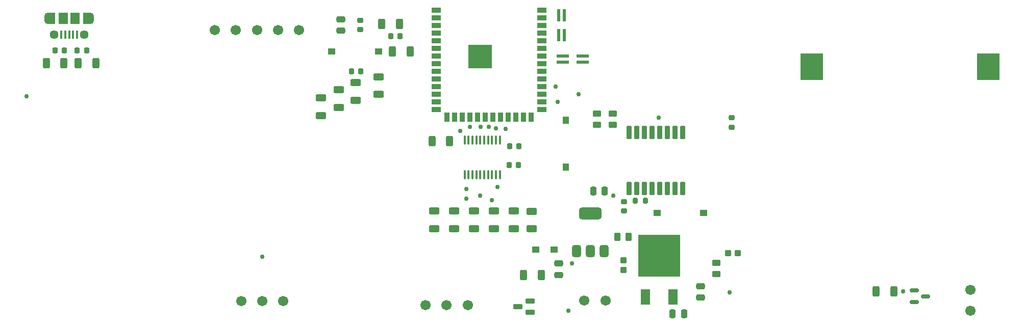
<source format=gbr>
%TF.GenerationSoftware,KiCad,Pcbnew,8.0.6*%
%TF.CreationDate,2024-11-20T22:12:31-08:00*%
%TF.ProjectId,SleepBud,536c6565-7042-4756-942e-6b696361645f,rev?*%
%TF.SameCoordinates,Original*%
%TF.FileFunction,Soldermask,Top*%
%TF.FilePolarity,Negative*%
%FSLAX46Y46*%
G04 Gerber Fmt 4.6, Leading zero omitted, Abs format (unit mm)*
G04 Created by KiCad (PCBNEW 8.0.6) date 2024-11-20 22:12:31*
%MOMM*%
%LPD*%
G01*
G04 APERTURE LIST*
G04 Aperture macros list*
%AMRoundRect*
0 Rectangle with rounded corners*
0 $1 Rounding radius*
0 $2 $3 $4 $5 $6 $7 $8 $9 X,Y pos of 4 corners*
0 Add a 4 corners polygon primitive as box body*
4,1,4,$2,$3,$4,$5,$6,$7,$8,$9,$2,$3,0*
0 Add four circle primitives for the rounded corners*
1,1,$1+$1,$2,$3*
1,1,$1+$1,$4,$5*
1,1,$1+$1,$6,$7*
1,1,$1+$1,$8,$9*
0 Add four rect primitives between the rounded corners*
20,1,$1+$1,$2,$3,$4,$5,0*
20,1,$1+$1,$4,$5,$6,$7,0*
20,1,$1+$1,$6,$7,$8,$9,0*
20,1,$1+$1,$8,$9,$2,$3,0*%
G04 Aperture macros list end*
%ADD10R,1.500000X0.900000*%
%ADD11R,0.900000X1.500000*%
%ADD12C,0.600000*%
%ADD13R,3.900000X3.900000*%
%ADD14C,0.750000*%
%ADD15RoundRect,0.102000X0.400000X-0.400000X0.400000X0.400000X-0.400000X0.400000X-0.400000X-0.400000X0*%
%ADD16R,1.500000X2.500000*%
%ADD17R,7.000000X7.000000*%
%ADD18RoundRect,0.102000X0.660400X0.279400X-0.660400X0.279400X-0.660400X-0.279400X0.660400X-0.279400X0*%
%ADD19RoundRect,0.225000X-0.250000X0.225000X-0.250000X-0.225000X0.250000X-0.225000X0.250000X0.225000X0*%
%ADD20RoundRect,0.250000X-0.312500X-0.625000X0.312500X-0.625000X0.312500X0.625000X-0.312500X0.625000X0*%
%ADD21RoundRect,0.225000X-0.225000X-0.250000X0.225000X-0.250000X0.225000X0.250000X-0.225000X0.250000X0*%
%ADD22RoundRect,0.102000X0.400000X0.400000X-0.400000X0.400000X-0.400000X-0.400000X0.400000X-0.400000X0*%
%ADD23RoundRect,0.250000X0.625000X-0.312500X0.625000X0.312500X-0.625000X0.312500X-0.625000X-0.312500X0*%
%ADD24RoundRect,0.250000X0.450000X-0.262500X0.450000X0.262500X-0.450000X0.262500X-0.450000X-0.262500X0*%
%ADD25RoundRect,0.250000X-0.625000X0.312500X-0.625000X-0.312500X0.625000X-0.312500X0.625000X0.312500X0*%
%ADD26R,1.250000X1.000000*%
%ADD27C,1.701800*%
%ADD28R,0.500000X2.000000*%
%ADD29R,1.143000X1.092200*%
%ADD30RoundRect,0.250000X-0.250000X-0.475000X0.250000X-0.475000X0.250000X0.475000X-0.250000X0.475000X0*%
%ADD31RoundRect,0.100000X-0.100000X0.637500X-0.100000X-0.637500X0.100000X-0.637500X0.100000X0.637500X0*%
%ADD32RoundRect,0.250000X0.312500X0.625000X-0.312500X0.625000X-0.312500X-0.625000X0.312500X-0.625000X0*%
%ADD33R,1.000000X1.250000*%
%ADD34R,0.400000X1.350000*%
%ADD35O,1.200000X1.900000*%
%ADD36R,1.200000X1.900000*%
%ADD37C,1.450000*%
%ADD38R,1.500000X1.900000*%
%ADD39R,2.000000X0.500000*%
%ADD40RoundRect,0.225000X0.225000X0.250000X-0.225000X0.250000X-0.225000X-0.250000X0.225000X-0.250000X0*%
%ADD41RoundRect,0.200000X-0.200000X-0.275000X0.200000X-0.275000X0.200000X0.275000X-0.200000X0.275000X0*%
%ADD42RoundRect,0.250000X-0.450000X0.262500X-0.450000X-0.262500X0.450000X-0.262500X0.450000X0.262500X0*%
%ADD43RoundRect,0.250000X-0.475000X0.250000X-0.475000X-0.250000X0.475000X-0.250000X0.475000X0.250000X0*%
%ADD44RoundRect,0.099250X0.297750X-1.027750X0.297750X1.027750X-0.297750X1.027750X-0.297750X-1.027750X0*%
%ADD45R,3.810000X4.495800*%
%ADD46RoundRect,0.375000X0.375000X-0.625000X0.375000X0.625000X-0.375000X0.625000X-0.375000X-0.625000X0*%
%ADD47RoundRect,0.500000X1.400000X-0.500000X1.400000X0.500000X-1.400000X0.500000X-1.400000X-0.500000X0*%
%ADD48RoundRect,0.250000X0.262500X0.450000X-0.262500X0.450000X-0.262500X-0.450000X0.262500X-0.450000X0*%
%ADD49RoundRect,0.150000X-0.587500X-0.150000X0.587500X-0.150000X0.587500X0.150000X-0.587500X0.150000X0*%
G04 APERTURE END LIST*
D10*
%TO.C,U3*%
X127530000Y-55270000D03*
X127530000Y-56540000D03*
X127530000Y-57810000D03*
X127530000Y-59080000D03*
X127530000Y-60350000D03*
X127530000Y-61620000D03*
X127530000Y-62890000D03*
X127530000Y-64160000D03*
X127530000Y-65430000D03*
X127530000Y-66700000D03*
X127530000Y-67970000D03*
X127530000Y-69240000D03*
X127530000Y-70510000D03*
X127530000Y-71780000D03*
D11*
X129295000Y-73030000D03*
X130565000Y-73030000D03*
X131835000Y-73030000D03*
X133105000Y-73030000D03*
X134375000Y-73030000D03*
X135645000Y-73030000D03*
X136915000Y-73030000D03*
X138185000Y-73030000D03*
X139455000Y-73030000D03*
X140725000Y-73030000D03*
X141995000Y-73030000D03*
X143265000Y-73030000D03*
D10*
X145030000Y-71780000D03*
X145030000Y-70510000D03*
X145030000Y-69240000D03*
X145030000Y-67970000D03*
X145030000Y-66700000D03*
X145030000Y-65430000D03*
X145030000Y-64160000D03*
X145030000Y-62890000D03*
X145030000Y-61620000D03*
X145030000Y-60350000D03*
X145030000Y-59080000D03*
X145030000Y-57810000D03*
X145030000Y-56540000D03*
X145030000Y-55270000D03*
D12*
X133380000Y-62290000D03*
X133380000Y-63690000D03*
X134080000Y-61590000D03*
X134080000Y-62990000D03*
X134080000Y-64390000D03*
X134780000Y-62290000D03*
D13*
X134780000Y-62990000D03*
D12*
X134780000Y-63690000D03*
X135480000Y-61590000D03*
X135480000Y-62990000D03*
X135480000Y-64390000D03*
X136180000Y-62290000D03*
X136180000Y-63690000D03*
%TD*%
D14*
%TO.C,TP16*%
X139000000Y-75012500D03*
%TD*%
D15*
%TO.C,D80*%
X158600000Y-98400000D03*
X158600000Y-96800000D03*
%TD*%
D16*
%TO.C,U2*%
X162190000Y-102880000D03*
D17*
X164490000Y-96030000D03*
D16*
X166790000Y-102880000D03*
%TD*%
D18*
%TO.C,Q1*%
X143100000Y-105500000D03*
X143100000Y-103569600D03*
X141068000Y-104534800D03*
%TD*%
D19*
%TO.C,C6*%
X114870000Y-56925000D03*
X114870000Y-58475000D03*
%TD*%
D20*
%TO.C,R3*%
X120217500Y-62090000D03*
X123142500Y-62090000D03*
%TD*%
D14*
%TO.C,TP4*%
X136700000Y-86800000D03*
%TD*%
%TO.C,TP10*%
X59530000Y-69570000D03*
%TD*%
D21*
%TO.C,C14*%
X139615000Y-80980000D03*
X141165000Y-80980000D03*
%TD*%
D20*
%TO.C,R1*%
X142017500Y-99290000D03*
X144942500Y-99290000D03*
%TD*%
D22*
%TO.C,D79*%
X177500000Y-95600000D03*
X175900000Y-95600000D03*
%TD*%
D23*
%TO.C,R10*%
X108400000Y-72745000D03*
X108400000Y-69820000D03*
%TD*%
D24*
%TO.C,R11*%
X154140000Y-74272500D03*
X154140000Y-72447500D03*
%TD*%
D25*
%TO.C,R19*%
X130478272Y-88642500D03*
X130478272Y-91567500D03*
%TD*%
D14*
%TO.C,TP13*%
X147660000Y-70500000D03*
%TD*%
%TO.C,TP22*%
X164390000Y-73140000D03*
%TD*%
D19*
%TO.C,C11*%
X158620000Y-87095000D03*
X158620000Y-88645000D03*
%TD*%
D26*
%TO.C,SW2*%
X171900000Y-88980000D03*
X164150000Y-88980000D03*
%TD*%
D14*
%TO.C,TP5*%
X137650000Y-84650000D03*
%TD*%
D27*
%TO.C,J5*%
X132720001Y-104280000D03*
X129220000Y-104280000D03*
X125720000Y-104280000D03*
%TD*%
D21*
%TO.C,C9*%
X67935000Y-61930000D03*
X69485000Y-61930000D03*
%TD*%
D14*
%TO.C,TP20*%
X133100000Y-74600000D03*
%TD*%
%TO.C,TP8*%
X156920000Y-86050000D03*
%TD*%
D21*
%TO.C,C8*%
X113435000Y-65390000D03*
X114985000Y-65390000D03*
%TD*%
D19*
%TO.C,C12*%
X176490000Y-73140000D03*
X176490000Y-74690000D03*
%TD*%
D28*
%TO.C,JP1*%
X147780000Y-59370000D03*
X147780000Y-56070000D03*
X148780000Y-59370000D03*
X148780000Y-56070000D03*
%TD*%
D26*
%TO.C,SW1*%
X110175000Y-62110000D03*
X117925000Y-62110000D03*
%TD*%
D27*
%TO.C,J6*%
X216145000Y-105246601D03*
X216145000Y-101746599D03*
%TD*%
D29*
%TO.C,CR1*%
X147096700Y-95040000D03*
X144023300Y-95040000D03*
%TD*%
D21*
%TO.C,C7*%
X119925000Y-59600000D03*
X121475000Y-59600000D03*
%TD*%
D20*
%TO.C,R2*%
X118457500Y-57510000D03*
X121382500Y-57510000D03*
%TD*%
D30*
%TO.C,C3*%
X166740000Y-105730000D03*
X168640000Y-105730000D03*
%TD*%
D20*
%TO.C,R8*%
X62777500Y-64100000D03*
X65702500Y-64100000D03*
%TD*%
D27*
%TO.C,J4*%
X95129999Y-103580000D03*
X98630000Y-103580000D03*
X102130000Y-103580000D03*
%TD*%
D14*
%TO.C,TP18*%
X136200000Y-74600000D03*
%TD*%
D31*
%TO.C,U5*%
X138068272Y-76880000D03*
X137418272Y-76880000D03*
X136768272Y-76880000D03*
X136118272Y-76880000D03*
X135468272Y-76880000D03*
X134818272Y-76880000D03*
X134168272Y-76880000D03*
X133518272Y-76880000D03*
X132868272Y-76880000D03*
X132218272Y-76880000D03*
X132218272Y-82605000D03*
X132868272Y-82605000D03*
X133518272Y-82605000D03*
X134168272Y-82605000D03*
X134818272Y-82605000D03*
X135468272Y-82605000D03*
X136118272Y-82605000D03*
X136768272Y-82605000D03*
X137418272Y-82605000D03*
X138068272Y-82605000D03*
%TD*%
D21*
%TO.C,C13*%
X139685000Y-77860000D03*
X141235000Y-77860000D03*
%TD*%
D24*
%TO.C,R12*%
X156830000Y-74272500D03*
X156830000Y-72447500D03*
%TD*%
D32*
%TO.C,R14*%
X129712500Y-77000000D03*
X126787500Y-77000000D03*
%TD*%
D33*
%TO.C,SW7*%
X149020000Y-81300000D03*
X149020000Y-73550000D03*
%TD*%
D25*
%TO.C,R20*%
X127188272Y-88642500D03*
X127188272Y-91567500D03*
%TD*%
D14*
%TO.C,TP19*%
X134900000Y-74600000D03*
%TD*%
D27*
%TO.C,J1*%
X152069998Y-103540000D03*
X155570000Y-103540000D03*
%TD*%
D14*
%TO.C,TP2*%
X132470000Y-86600000D03*
%TD*%
D34*
%TO.C,J2*%
X67890000Y-59312500D03*
X67240000Y-59312500D03*
X66590000Y-59312500D03*
X65940000Y-59312500D03*
X65290000Y-59312500D03*
D35*
X70090000Y-56612500D03*
D36*
X69490000Y-56612500D03*
D37*
X69090000Y-59312500D03*
D38*
X67590000Y-56612500D03*
X65590000Y-56612500D03*
D37*
X64090000Y-59312500D03*
D36*
X63690000Y-56612500D03*
D35*
X63090000Y-56612500D03*
%TD*%
D14*
%TO.C,TP12*%
X204930000Y-101980000D03*
%TD*%
D39*
%TO.C,JP3*%
X148510000Y-62900000D03*
X151810000Y-62900000D03*
X148510000Y-63900000D03*
X151810000Y-63900000D03*
%TD*%
D40*
%TO.C,C10*%
X65770000Y-61930000D03*
X64220000Y-61930000D03*
%TD*%
D41*
%TO.C,R13*%
X160560000Y-86940000D03*
X162210000Y-86940000D03*
%TD*%
D25*
%TO.C,R16*%
X140348272Y-88642500D03*
X140348272Y-91567500D03*
%TD*%
D42*
%TO.C,R22*%
X174000000Y-97287500D03*
X174000000Y-99112500D03*
%TD*%
D43*
%TO.C,C1*%
X147860000Y-97340000D03*
X147860000Y-99240000D03*
%TD*%
D27*
%TO.C,J3*%
X90740000Y-58520000D03*
X94240001Y-58520000D03*
X97740001Y-58520000D03*
X101240002Y-58520000D03*
X104740003Y-58520000D03*
%TD*%
D14*
%TO.C,TP6*%
X149410000Y-105190000D03*
%TD*%
D44*
%TO.C,U4*%
X159480000Y-84880000D03*
X160750000Y-84880000D03*
X162020000Y-84880000D03*
X163290000Y-84880000D03*
X164560000Y-84880000D03*
X165830000Y-84880000D03*
X167100000Y-84880000D03*
X168370000Y-84880000D03*
X168370000Y-75570000D03*
X167100000Y-75570000D03*
X165830000Y-75570000D03*
X164560000Y-75570000D03*
X163290000Y-75570000D03*
X162020000Y-75570000D03*
X160750000Y-75570000D03*
X159480000Y-75570000D03*
%TD*%
D14*
%TO.C,TP15*%
X147350000Y-67970000D03*
%TD*%
D30*
%TO.C,C2*%
X153540000Y-85280000D03*
X155440000Y-85280000D03*
%TD*%
D14*
%TO.C,TP9*%
X149980000Y-97340000D03*
%TD*%
%TO.C,TP11*%
X98630000Y-96210000D03*
%TD*%
D43*
%TO.C,C5*%
X111650000Y-56760000D03*
X111650000Y-58660000D03*
%TD*%
D14*
%TO.C,TP7*%
X176210000Y-102190000D03*
%TD*%
D45*
%TO.C,BT1*%
X189771795Y-64680000D03*
X219068205Y-64680000D03*
%TD*%
D14*
%TO.C,TP3*%
X134800000Y-86100000D03*
%TD*%
%TO.C,TP14*%
X151150000Y-69240000D03*
%TD*%
D20*
%TO.C,R4*%
X200510000Y-101980000D03*
X203435000Y-101980000D03*
%TD*%
D46*
%TO.C,U1*%
X150740000Y-95320000D03*
X153040000Y-95320000D03*
D47*
X153040000Y-89020000D03*
D46*
X155340000Y-95320000D03*
%TD*%
D25*
%TO.C,R18*%
X133768272Y-88642500D03*
X133768272Y-91567500D03*
%TD*%
%TO.C,R15*%
X143368272Y-88667500D03*
X143368272Y-91592500D03*
%TD*%
D48*
%TO.C,R21*%
X159412500Y-92900000D03*
X157587500Y-92900000D03*
%TD*%
D14*
%TO.C,TP21*%
X131500000Y-75300000D03*
%TD*%
%TO.C,TP1*%
X132490000Y-84930000D03*
%TD*%
D32*
%TO.C,R5*%
X71002500Y-64050000D03*
X68077500Y-64050000D03*
%TD*%
D23*
%TO.C,R7*%
X114140000Y-70232500D03*
X114140000Y-67307500D03*
%TD*%
D14*
%TO.C,TP17*%
X137400000Y-74900000D03*
%TD*%
D23*
%TO.C,R9*%
X111310000Y-71422500D03*
X111310000Y-68497500D03*
%TD*%
D25*
%TO.C,R17*%
X137058272Y-88642500D03*
X137058272Y-91567500D03*
%TD*%
D23*
%TO.C,R6*%
X117910000Y-69262500D03*
X117910000Y-66337500D03*
%TD*%
D49*
%TO.C,Q2*%
X206820000Y-101850000D03*
X206820000Y-103750000D03*
X208695000Y-102800000D03*
%TD*%
D43*
%TO.C,C4*%
X171320000Y-101140000D03*
X171320000Y-103040000D03*
%TD*%
M02*

</source>
